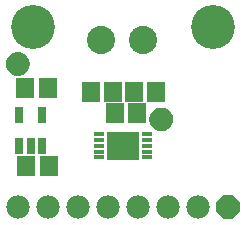
<source format=gbr>
G04 EAGLE Gerber RS-274X export*
G75*
%MOMM*%
%FSLAX34Y34*%
%LPD*%
%INSoldermask Top*%
%IPPOS*%
%AMOC8*
5,1,8,0,0,1.08239X$1,22.5*%
G01*
%ADD10R,2.703200X2.453200*%
%ADD11R,0.950000X0.300000*%
%ADD12C,2.387600*%
%ADD13R,0.753200X1.403200*%
%ADD14R,1.503200X1.703200*%
%ADD15C,1.203200*%
%ADD16C,0.500000*%
%ADD17C,3.719200*%
%ADD18P,2.144431X8X292.500000*%
%ADD19C,1.981200*%


D10*
X102060Y77300D03*
D11*
X122310Y87300D03*
X122310Y82300D03*
X122310Y77300D03*
X122310Y72300D03*
X122310Y67300D03*
X81810Y87300D03*
X81810Y82300D03*
X81810Y77300D03*
X81810Y72300D03*
X81810Y67300D03*
D12*
X83600Y166370D03*
X118600Y166370D03*
D13*
X14160Y77339D03*
X23660Y77339D03*
X33160Y77339D03*
X33160Y103341D03*
X14160Y103341D03*
D14*
X39180Y60000D03*
X20180Y60000D03*
X19240Y126380D03*
X38240Y126380D03*
D15*
X134300Y99520D03*
D16*
X134300Y107020D02*
X134119Y107018D01*
X133938Y107011D01*
X133757Y107000D01*
X133576Y106985D01*
X133396Y106965D01*
X133216Y106941D01*
X133037Y106913D01*
X132859Y106880D01*
X132682Y106843D01*
X132505Y106802D01*
X132330Y106757D01*
X132155Y106707D01*
X131982Y106653D01*
X131811Y106595D01*
X131640Y106533D01*
X131472Y106466D01*
X131305Y106396D01*
X131139Y106322D01*
X130976Y106243D01*
X130815Y106161D01*
X130655Y106075D01*
X130498Y105985D01*
X130343Y105891D01*
X130190Y105794D01*
X130040Y105692D01*
X129892Y105588D01*
X129746Y105479D01*
X129604Y105368D01*
X129464Y105252D01*
X129327Y105134D01*
X129192Y105012D01*
X129061Y104887D01*
X128933Y104759D01*
X128808Y104628D01*
X128686Y104493D01*
X128568Y104356D01*
X128452Y104216D01*
X128341Y104074D01*
X128232Y103928D01*
X128128Y103780D01*
X128026Y103630D01*
X127929Y103477D01*
X127835Y103322D01*
X127745Y103165D01*
X127659Y103005D01*
X127577Y102844D01*
X127498Y102681D01*
X127424Y102515D01*
X127354Y102348D01*
X127287Y102180D01*
X127225Y102009D01*
X127167Y101838D01*
X127113Y101665D01*
X127063Y101490D01*
X127018Y101315D01*
X126977Y101138D01*
X126940Y100961D01*
X126907Y100783D01*
X126879Y100604D01*
X126855Y100424D01*
X126835Y100244D01*
X126820Y100063D01*
X126809Y99882D01*
X126802Y99701D01*
X126800Y99520D01*
X134300Y107020D02*
X134481Y107018D01*
X134662Y107011D01*
X134843Y107000D01*
X135024Y106985D01*
X135204Y106965D01*
X135384Y106941D01*
X135563Y106913D01*
X135741Y106880D01*
X135918Y106843D01*
X136095Y106802D01*
X136270Y106757D01*
X136445Y106707D01*
X136618Y106653D01*
X136789Y106595D01*
X136960Y106533D01*
X137128Y106466D01*
X137295Y106396D01*
X137461Y106322D01*
X137624Y106243D01*
X137785Y106161D01*
X137945Y106075D01*
X138102Y105985D01*
X138257Y105891D01*
X138410Y105794D01*
X138560Y105692D01*
X138708Y105588D01*
X138854Y105479D01*
X138996Y105368D01*
X139136Y105252D01*
X139273Y105134D01*
X139408Y105012D01*
X139539Y104887D01*
X139667Y104759D01*
X139792Y104628D01*
X139914Y104493D01*
X140032Y104356D01*
X140148Y104216D01*
X140259Y104074D01*
X140368Y103928D01*
X140472Y103780D01*
X140574Y103630D01*
X140671Y103477D01*
X140765Y103322D01*
X140855Y103165D01*
X140941Y103005D01*
X141023Y102844D01*
X141102Y102681D01*
X141176Y102515D01*
X141246Y102348D01*
X141313Y102180D01*
X141375Y102009D01*
X141433Y101838D01*
X141487Y101665D01*
X141537Y101490D01*
X141582Y101315D01*
X141623Y101138D01*
X141660Y100961D01*
X141693Y100783D01*
X141721Y100604D01*
X141745Y100424D01*
X141765Y100244D01*
X141780Y100063D01*
X141791Y99882D01*
X141798Y99701D01*
X141800Y99520D01*
X141798Y99339D01*
X141791Y99158D01*
X141780Y98977D01*
X141765Y98796D01*
X141745Y98616D01*
X141721Y98436D01*
X141693Y98257D01*
X141660Y98079D01*
X141623Y97902D01*
X141582Y97725D01*
X141537Y97550D01*
X141487Y97375D01*
X141433Y97202D01*
X141375Y97031D01*
X141313Y96860D01*
X141246Y96692D01*
X141176Y96525D01*
X141102Y96359D01*
X141023Y96196D01*
X140941Y96035D01*
X140855Y95875D01*
X140765Y95718D01*
X140671Y95563D01*
X140574Y95410D01*
X140472Y95260D01*
X140368Y95112D01*
X140259Y94966D01*
X140148Y94824D01*
X140032Y94684D01*
X139914Y94547D01*
X139792Y94412D01*
X139667Y94281D01*
X139539Y94153D01*
X139408Y94028D01*
X139273Y93906D01*
X139136Y93788D01*
X138996Y93672D01*
X138854Y93561D01*
X138708Y93452D01*
X138560Y93348D01*
X138410Y93246D01*
X138257Y93149D01*
X138102Y93055D01*
X137945Y92965D01*
X137785Y92879D01*
X137624Y92797D01*
X137461Y92718D01*
X137295Y92644D01*
X137128Y92574D01*
X136960Y92507D01*
X136789Y92445D01*
X136618Y92387D01*
X136445Y92333D01*
X136270Y92283D01*
X136095Y92238D01*
X135918Y92197D01*
X135741Y92160D01*
X135563Y92127D01*
X135384Y92099D01*
X135204Y92075D01*
X135024Y92055D01*
X134843Y92040D01*
X134662Y92029D01*
X134481Y92022D01*
X134300Y92020D01*
X134119Y92022D01*
X133938Y92029D01*
X133757Y92040D01*
X133576Y92055D01*
X133396Y92075D01*
X133216Y92099D01*
X133037Y92127D01*
X132859Y92160D01*
X132682Y92197D01*
X132505Y92238D01*
X132330Y92283D01*
X132155Y92333D01*
X131982Y92387D01*
X131811Y92445D01*
X131640Y92507D01*
X131472Y92574D01*
X131305Y92644D01*
X131139Y92718D01*
X130976Y92797D01*
X130815Y92879D01*
X130655Y92965D01*
X130498Y93055D01*
X130343Y93149D01*
X130190Y93246D01*
X130040Y93348D01*
X129892Y93452D01*
X129746Y93561D01*
X129604Y93672D01*
X129464Y93788D01*
X129327Y93906D01*
X129192Y94028D01*
X129061Y94153D01*
X128933Y94281D01*
X128808Y94412D01*
X128686Y94547D01*
X128568Y94684D01*
X128452Y94824D01*
X128341Y94966D01*
X128232Y95112D01*
X128128Y95260D01*
X128026Y95410D01*
X127929Y95563D01*
X127835Y95718D01*
X127745Y95875D01*
X127659Y96035D01*
X127577Y96196D01*
X127498Y96359D01*
X127424Y96525D01*
X127354Y96692D01*
X127287Y96860D01*
X127225Y97031D01*
X127167Y97202D01*
X127113Y97375D01*
X127063Y97550D01*
X127018Y97725D01*
X126977Y97902D01*
X126940Y98079D01*
X126907Y98257D01*
X126879Y98436D01*
X126855Y98616D01*
X126835Y98796D01*
X126820Y98977D01*
X126809Y99158D01*
X126802Y99339D01*
X126800Y99520D01*
D15*
X12830Y146360D03*
D16*
X12830Y153860D02*
X12649Y153858D01*
X12468Y153851D01*
X12287Y153840D01*
X12106Y153825D01*
X11926Y153805D01*
X11746Y153781D01*
X11567Y153753D01*
X11389Y153720D01*
X11212Y153683D01*
X11035Y153642D01*
X10860Y153597D01*
X10685Y153547D01*
X10512Y153493D01*
X10341Y153435D01*
X10170Y153373D01*
X10002Y153306D01*
X9835Y153236D01*
X9669Y153162D01*
X9506Y153083D01*
X9345Y153001D01*
X9185Y152915D01*
X9028Y152825D01*
X8873Y152731D01*
X8720Y152634D01*
X8570Y152532D01*
X8422Y152428D01*
X8276Y152319D01*
X8134Y152208D01*
X7994Y152092D01*
X7857Y151974D01*
X7722Y151852D01*
X7591Y151727D01*
X7463Y151599D01*
X7338Y151468D01*
X7216Y151333D01*
X7098Y151196D01*
X6982Y151056D01*
X6871Y150914D01*
X6762Y150768D01*
X6658Y150620D01*
X6556Y150470D01*
X6459Y150317D01*
X6365Y150162D01*
X6275Y150005D01*
X6189Y149845D01*
X6107Y149684D01*
X6028Y149521D01*
X5954Y149355D01*
X5884Y149188D01*
X5817Y149020D01*
X5755Y148849D01*
X5697Y148678D01*
X5643Y148505D01*
X5593Y148330D01*
X5548Y148155D01*
X5507Y147978D01*
X5470Y147801D01*
X5437Y147623D01*
X5409Y147444D01*
X5385Y147264D01*
X5365Y147084D01*
X5350Y146903D01*
X5339Y146722D01*
X5332Y146541D01*
X5330Y146360D01*
X12830Y153860D02*
X13011Y153858D01*
X13192Y153851D01*
X13373Y153840D01*
X13554Y153825D01*
X13734Y153805D01*
X13914Y153781D01*
X14093Y153753D01*
X14271Y153720D01*
X14448Y153683D01*
X14625Y153642D01*
X14800Y153597D01*
X14975Y153547D01*
X15148Y153493D01*
X15319Y153435D01*
X15490Y153373D01*
X15658Y153306D01*
X15825Y153236D01*
X15991Y153162D01*
X16154Y153083D01*
X16315Y153001D01*
X16475Y152915D01*
X16632Y152825D01*
X16787Y152731D01*
X16940Y152634D01*
X17090Y152532D01*
X17238Y152428D01*
X17384Y152319D01*
X17526Y152208D01*
X17666Y152092D01*
X17803Y151974D01*
X17938Y151852D01*
X18069Y151727D01*
X18197Y151599D01*
X18322Y151468D01*
X18444Y151333D01*
X18562Y151196D01*
X18678Y151056D01*
X18789Y150914D01*
X18898Y150768D01*
X19002Y150620D01*
X19104Y150470D01*
X19201Y150317D01*
X19295Y150162D01*
X19385Y150005D01*
X19471Y149845D01*
X19553Y149684D01*
X19632Y149521D01*
X19706Y149355D01*
X19776Y149188D01*
X19843Y149020D01*
X19905Y148849D01*
X19963Y148678D01*
X20017Y148505D01*
X20067Y148330D01*
X20112Y148155D01*
X20153Y147978D01*
X20190Y147801D01*
X20223Y147623D01*
X20251Y147444D01*
X20275Y147264D01*
X20295Y147084D01*
X20310Y146903D01*
X20321Y146722D01*
X20328Y146541D01*
X20330Y146360D01*
X20328Y146179D01*
X20321Y145998D01*
X20310Y145817D01*
X20295Y145636D01*
X20275Y145456D01*
X20251Y145276D01*
X20223Y145097D01*
X20190Y144919D01*
X20153Y144742D01*
X20112Y144565D01*
X20067Y144390D01*
X20017Y144215D01*
X19963Y144042D01*
X19905Y143871D01*
X19843Y143700D01*
X19776Y143532D01*
X19706Y143365D01*
X19632Y143199D01*
X19553Y143036D01*
X19471Y142875D01*
X19385Y142715D01*
X19295Y142558D01*
X19201Y142403D01*
X19104Y142250D01*
X19002Y142100D01*
X18898Y141952D01*
X18789Y141806D01*
X18678Y141664D01*
X18562Y141524D01*
X18444Y141387D01*
X18322Y141252D01*
X18197Y141121D01*
X18069Y140993D01*
X17938Y140868D01*
X17803Y140746D01*
X17666Y140628D01*
X17526Y140512D01*
X17384Y140401D01*
X17238Y140292D01*
X17090Y140188D01*
X16940Y140086D01*
X16787Y139989D01*
X16632Y139895D01*
X16475Y139805D01*
X16315Y139719D01*
X16154Y139637D01*
X15991Y139558D01*
X15825Y139484D01*
X15658Y139414D01*
X15490Y139347D01*
X15319Y139285D01*
X15148Y139227D01*
X14975Y139173D01*
X14800Y139123D01*
X14625Y139078D01*
X14448Y139037D01*
X14271Y139000D01*
X14093Y138967D01*
X13914Y138939D01*
X13734Y138915D01*
X13554Y138895D01*
X13373Y138880D01*
X13192Y138869D01*
X13011Y138862D01*
X12830Y138860D01*
X12649Y138862D01*
X12468Y138869D01*
X12287Y138880D01*
X12106Y138895D01*
X11926Y138915D01*
X11746Y138939D01*
X11567Y138967D01*
X11389Y139000D01*
X11212Y139037D01*
X11035Y139078D01*
X10860Y139123D01*
X10685Y139173D01*
X10512Y139227D01*
X10341Y139285D01*
X10170Y139347D01*
X10002Y139414D01*
X9835Y139484D01*
X9669Y139558D01*
X9506Y139637D01*
X9345Y139719D01*
X9185Y139805D01*
X9028Y139895D01*
X8873Y139989D01*
X8720Y140086D01*
X8570Y140188D01*
X8422Y140292D01*
X8276Y140401D01*
X8134Y140512D01*
X7994Y140628D01*
X7857Y140746D01*
X7722Y140868D01*
X7591Y140993D01*
X7463Y141121D01*
X7338Y141252D01*
X7216Y141387D01*
X7098Y141524D01*
X6982Y141664D01*
X6871Y141806D01*
X6762Y141952D01*
X6658Y142100D01*
X6556Y142250D01*
X6459Y142403D01*
X6365Y142558D01*
X6275Y142715D01*
X6189Y142875D01*
X6107Y143036D01*
X6028Y143199D01*
X5954Y143365D01*
X5884Y143532D01*
X5817Y143700D01*
X5755Y143871D01*
X5697Y144042D01*
X5643Y144215D01*
X5593Y144390D01*
X5548Y144565D01*
X5507Y144742D01*
X5470Y144919D01*
X5437Y145097D01*
X5409Y145276D01*
X5385Y145456D01*
X5365Y145636D01*
X5350Y145817D01*
X5339Y145998D01*
X5332Y146179D01*
X5330Y146360D01*
D17*
X177800Y177800D03*
X25400Y177800D03*
D14*
X74500Y122570D03*
X93500Y122570D03*
X130320Y122570D03*
X111320Y122570D03*
X95100Y104760D03*
X114100Y104760D03*
D18*
X190500Y25400D03*
D19*
X165100Y25400D03*
X139700Y25400D03*
X114300Y25400D03*
X88900Y25400D03*
X63500Y25400D03*
X38100Y25400D03*
X12700Y25400D03*
M02*

</source>
